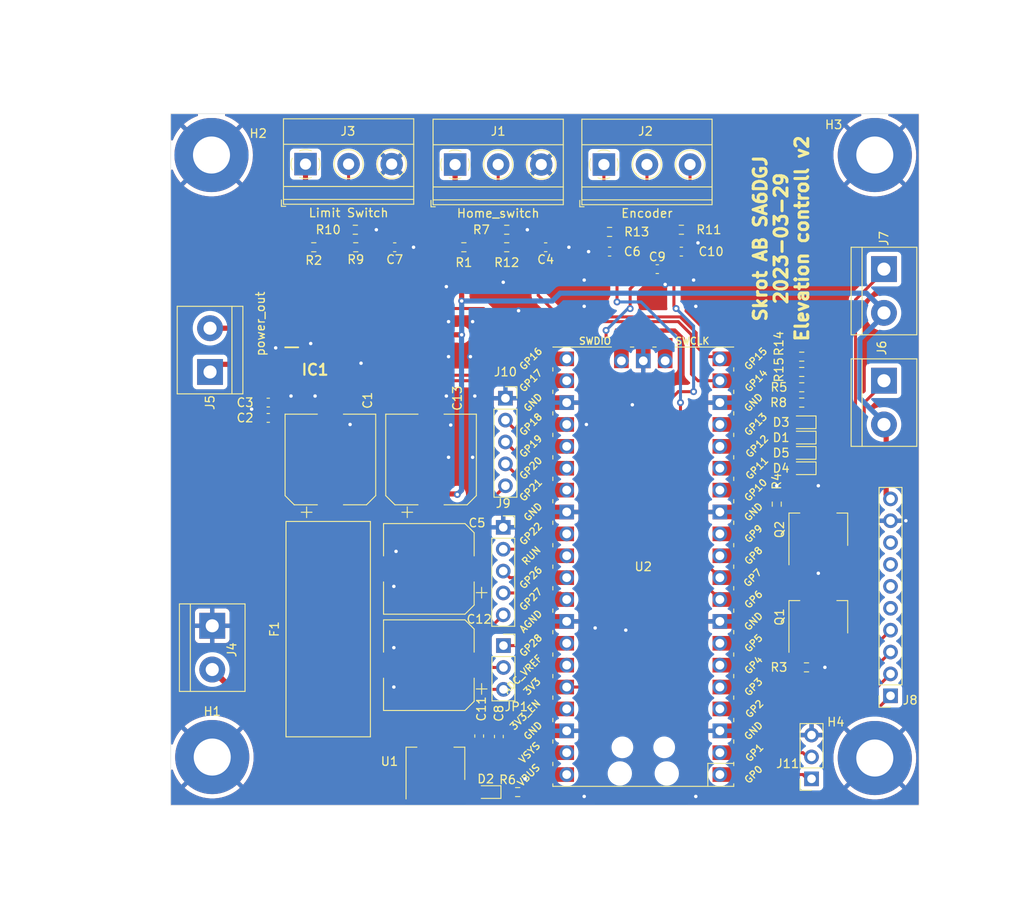
<source format=kicad_pcb>
(kicad_pcb (version 20221018) (generator pcbnew)
  (layers (0 "F.Cu" signal) (31 "B.Cu" signal) (34 "B.Paste" user) (35 "F.Paste" user) (36 "B.SilkS" user "B.Silkscreen") (37 "F.SilkS" user "F.Silkscreen") (38 "B.Mask" user) (39 "F.Mask" user) (44 "Edge.Cuts" user))
  (net 0 "")
  (net 1 "GND")
  (net 2 "+3V3")
  (net 3 "Net-(D1-K)")
  (net 4 "+12V")
  (net 5 "Enc_2")
  (net 6 "Enc_1")
  (net 7 "+5V")
  (net 8 "Net-(D1-A)")
  (net 9 "Net-(D2-K)")
  (net 10 "Net-(D3-K)")
  (net 11 "Net-(D3-A)")
  (net 12 "Net-(D4-K)")
  (net 13 "Net-(D4-A)")
  (net 14 "Net-(D5-K)")
  (net 15 "Home")
  (net 16 "Net-(D5-A)")
  (net 17 "Net-(J4-Pin_2)")
  (net 18 "P_out1")
  (net 19 "P_out2")
  (net 20 "Net-(J1-Pin_2)")
  (net 21 "Net-(J2-Pin_1)")
  (net 22 "Net-(J2-Pin_3)")
  (net 23 "Net-(J3-Pin_2)")
  (net 24 "Net-(J6-Pin_1)")
  (net 25 "Hb1")
  (net 26 "Hb2")
  (net 27 "Net-(J7-Pin_1)")
  (net 28 "Net-(J8-Pin_1)")
  (net 29 "Net-(J8-Pin_2)")
  (net 30 "Net-(J8-Pin_3)")
  (net 31 "Net-(J8-Pin_4)")
  (net 36 "Net-(J9-Pin_2)")
  (net 37 "Net-(J9-Pin_3)")
  (net 38 "Net-(J9-Pin_4)")
  (net 39 "Net-(J9-Pin_5)")
  (net 40 "Net-(J10-Pin_2)")
  (net 41 "Net-(J10-Pin_3)")
  (net 42 "Net-(J10-Pin_4)")
  (net 43 "Net-(J11-Pin_1)")
  (net 44 "Net-(J11-Pin_2)")
  (net 45 "Load1_enable")
  (net 46 "Load2_enable")
  (net 51 "Limit")
  (footprint "MountingHole:MountingHole_4.3mm_M4_Pad" (layer "F.Cu") (at 53 50)
    (fp_text reference "H2")
    (fp_text value "MountingHole_Pad_M4")
  )
  (footprint "MountingHole:MountingHole_4.3mm_M4_Pad" (layer "F.Cu") (at 130 50)
    (fp_text reference "H3")
    (fp_text value "MountingHole_Pad_M4")
  )
  (footprint "MountingHole:MountingHole_4.3mm_M4_Pad" (layer "F.Cu") (at 130 120)
    (fp_text reference "H4")
    (fp_text value "MountingHole_Pad_M4")
  )
  (footprint "MountingHole:MountingHole_4.3mm_M4_Pad" (layer "F.Cu") (at 53.086 119.888)
    (fp_text reference "H1")
    (fp_text value "MountingHole_Pad_M4")
  )
  (footprint "TerminalBlock:TerminalBlock_bornier-2_P5.08mm" (layer "F.Cu") (at 131.064 63.246 -90)
    (fp_text reference "J7")
    (fp_text value "Screw_Terminal_01x02")
  )
  (footprint "Resistor_SMD:R_0603_1608Metric_Pad0.98x0.95mm_HandSolder" (layer "F.Cu") (at 87.2725 60.706 180)
    (fp_text reference "R12")
    (fp_text value "10k")
  )
  (footprint "Package_TO_SOT_SMD:SOT-223-3_TabPin2" (layer "F.Cu") (at 123.444 103.632 90)
    (fp_text reference "Q1")
    (fp_text value "BUK9880")
  )
  (footprint "Resistor_SMD:R_0603_1608Metric_Pad0.98x0.95mm_HandSolder" (layer "F.Cu") (at 64.8735 60.706)
    (fp_text reference "R2")
    (fp_text value "26k")
  )
  (footprint "Capacitor_SMD:C_0603_1608Metric_Pad1.08x0.95mm_HandSolder" (layer "F.Cu") (at 59.5895 80.518 180)
    (fp_text reference "C2")
    (fp_text value "1µF")
  )
  (footprint "Capacitor_SMD:CP_Elec_10x10" (layer "F.Cu") (at 78.232 98.044 180)
    (fp_text reference "C5")
    (fp_text value "4.7µF")
  )
  (footprint "TerminalBlock:TerminalBlock_bornier-2_P5.08mm" (layer "F.Cu") (at 53.086 104.648 -90)
    (fp_text reference "J4")
    (fp_text value "Power in")
  )
  (footprint "LED_SMD:LED_0603_1608Metric" (layer "F.Cu") (at 121.6915 86.36 180)
    (fp_text reference "D4")
    (fp_text value "LED")
  )
  (footprint "Resistor_SMD:R_0603_1608Metric_Pad0.98x0.95mm_HandSolder" (layer "F.Cu") (at 87.2725 58.674)
    (fp_text reference "R7")
    (fp_text value "10k")
  )
  (footprint "TerminalBlock_Phoenix:TerminalBlock_Phoenix_MKDS-1,5-3_1x03_P5.00mm_Horizontal" (layer "F.Cu") (at 81.28 51.105)
    (fp_text reference "J1")
    (fp_text value "Home_switch")
  )
  (footprint "LED_SMD:LED_0603_1608Metric" (layer "F.Cu") (at 121.6915 82.804 180)
    (fp_text reference "D1")
    (fp_text value "LED")
  )
  (footprint "LED_SMD:LED_0603_1608Metric" (layer "F.Cu") (at 121.6915 84.582 180)
    (fp_text reference "D5")
    (fp_text value "LED")
  )
  (footprint "LED_SMD:LED_0603_1608Metric" (layer "F.Cu") (at 121.6915 81.026 180)
    (fp_text reference "D3")
    (fp_text value "LED")
  )
  (footprint "Motor_drv:SOIC127P600X100-9N" (layer "F.Cu") (at 65.024 74.93)
    (fp_text reference "IC1")
    (fp_text value "BD62130AEFJ-E2" hide)
  )
  (footprint "Resistor_SMD:R_0603_1608Metric_Pad0.98x0.95mm_HandSolder" (layer "F.Cu") (at 121.5155 76.962 180)
    (fp_text reference "R5")
    (fp_text value "550")
  )
  (footprint "Connector_PinSocket_2.54mm:PinSocket_1x05_P2.54mm_Vertical" (layer "F.Cu") (at 86.868 93.218)
    (fp_text reference "J9")
    (fp_text value "Conn_01x05_Male")
  )
  (footprint "Capacitor_SMD:C_0603_1608Metric_Pad1.08x0.95mm_HandSolder" (layer "F.Cu") (at 91.7945 60.706 180)
    (fp_text reference "C4")
    (fp_text value "100nF")
  )
  (footprint "TerminalBlock:TerminalBlock_bornier-2_P5.08mm" (layer "F.Cu") (at 131.064 76.2 -90)
    (fp_text reference "J6")
    (fp_text value "Screw_Terminal_01x02")
  )
  (footprint "Capacitor_SMD:C_0603_1608Metric_Pad1.08x0.95mm_HandSolder" (layer "F.Cu") (at 99.2135 61.214 180)
    (fp_text reference "C6")
    (fp_text value "100nF")
  )
  (footprint "TerminalBlock:TerminalBlock_bornier-2_P5.08mm" (layer "F.Cu") (at 52.832 75.184 90)
    (fp_text reference "J5")
    (fp_text value "power_out")
  )
  (footprint "Fuse:Fuseholder_Cylinder-5x20mm_Wuerth_696103101002-SMD_Horizontal_Open" (layer "F.Cu") (at 66.548 105.038 90)
    (fp_text reference "F1")
    (fp_text value "Fuse 3A")
  )
  (footprint "Capacitor_SMD:C_0603_1608Metric_Pad1.08x0.95mm_HandSolder" (layer "F.Cu") (at 104.7485 63.246)
    (fp_text reference "C9")
    (fp_text value "1uF")
  )
  (footprint "Capacitor_SMD:C_0603_1608Metric_Pad1.08x0.95mm_HandSolder" (layer "F.Cu") (at 107.5425 61.214)
    (fp_text reference "C10")
    (fp_text value "100nF")
  )
  (footprint "Resistor_SMD:R_0603_1608Metric_Pad0.98x0.95mm_HandSolder" (layer "F.Cu") (at 107.5455 58.674 180)
    (fp_text reference "R11")
    (fp_text value "10k")
  )
  (footprint "Connector_PinSocket_2.54mm:PinSocket_1x10_P2.54mm_Vertical" (layer "F.Cu") (at 131.826 112.776 180)
    (fp_text reference "J8")
    (fp_text value "RF_switch ")
  )
  (footprint "Resistor_SMD:R_0603_1608Metric_Pad0.98x0.95mm_HandSolder" (layer "F.Cu") (at 82.296 60.706)
    (fp_text reference "R1")
    (fp_text value "26k")
  )
  (footprint "TerminalBlock_Phoenix:TerminalBlock_Phoenix_MKDS-1,5-3_1x03_P5.00mm_Horizontal" (layer "F.Cu") (at 98.552 51.105)
    (fp_text reference "J2")
    (fp_text value "Encoder")
  )
  (footprint "Resistor_SMD:R_0603_1608Metric_Pad0.98x0.95mm_HandSolder" (layer "F.Cu") (at 122.0705 109.474)
    (fp_text reference "R3")
    (fp_text value "40k")
  )
  (footprint "Capacitor_SMD:CP_Elec_10x10" (layer "F.Cu") (at 78.232 109.22 180)
    (fp_text reference "C12")
    (fp_text value "4.7µF")
  )
  (footprint "TerminalBlock_Phoenix:TerminalBlock_Phoenix_MKDS-1,5-3_1x03_P5.00mm_Horizontal" (layer "F.Cu") (at 63.914 51.054)
    (fp_text reference "J3")
    (fp_text value "Limit Switch")
  )
  (footprint "Resistor_SMD:R_0603_1608Metric_Pad0.98x0.95mm_HandSolder" (layer "F.Cu") (at 121.5155 75.184 180)
    (fp_text reference "R15")
    (fp_text value "550")
  )
  (footprint "Connector_PinSocket_2.54mm:PinSocket_1x03_P2.54mm_Vertical" (layer "F.Cu") (at 122.657 122.413 180)
    (fp_text reference "J11")
    (fp_text value "UART/I2C")
  )
  (footprint "Capacitor_SMD:C_0603_1608Metric_Pad1.08x0.95mm_HandSolder" (layer "F.Cu") (at 74.2685 60.706 180)
    (fp_text reference "C7")
    (fp_text value "100nF")
  )
  (footprint "Capacitor_SMD:C_0603_1608Metric_Pad1.08x0.95mm_HandSolder" (layer "F.Cu") (at 59.5895 78.74 180)
    (fp_text reference "C3")
    (fp_text value "100nF")
  )
  (footprint "Resistor_SMD:R_0603_1608Metric_Pad0.98x0.95mm_HandSolder" (layer "F.Cu") (at 118.618 90.5275 90)
    (fp_text reference "R4")
    (fp_text value "40k")
  )
  (footprint "Package_TO_SOT_SMD:SOT-223-3_TabPin2" (layer "F.Cu") (at 78.994 120.65 90)
    (fp_text reference "U1")
    (fp_text value "L7805")
  )
  (footprint "Resistor_SMD:R_0603_1608Metric_Pad0.98x0.95mm_HandSolder" (layer "F.Cu") (at 69.7465 60.706 180)
    (fp_text reference "R9")
    (fp_text value "10k")
  )
  (footprint "Capacitor_SMD:C_0603_1608Metric_Pad1.08x0.95mm_HandSolder" (layer "F.Cu") (at 86.36 117.5015 90)
    (fp_text reference "C8")
    (fp_text value "C_Small")
  )
  (footprint "LED_SMD:LED_0603_1608Metric" (layer "F.Cu") (at 85.1155 123.952 180)
    (fp_text reference "D2")
    (fp_text value "LED")
  )
  (footprint "Connector_PinSocket_2.54mm:PinSocket_1x03_P2.54mm_Vertical" (layer "F.Cu") (at 86.893 106.949)
    (fp_text reference "JP1")
    (fp_text value "Jumper_3")
  )
  (footprint "Capacitor_SMD:CP_Elec_10x10" (layer "F.Cu") (at 78.486 85.344 90)
    (fp_text reference "C13")
    (fp_text value "4.7µF")
  )
  (footprint "Capacitor_SMD:C_0603_1608Metric_Pad1.08x0.95mm_HandSolder" (layer "F.Cu") (at 84.074 117.4485 90)
    (fp_text reference "C11")
    (fp_text value "C_Small")
  )
  (footprint "Resistor_SMD:R_0603_1608Metric_Pad0.98x0.95mm_HandSolder" (layer "F.Cu") (at 69.6995 58.674)
    (fp_text reference "R10")
    (fp_text value "10k")
  )
  (footprint "Connector_PinSocket_2.54mm:PinSocket_1x05_P2.54mm_Vertical" (layer "F.Cu") (at 87.122 78.232)
    (fp_text reference "J10")
    (fp_text value "Conn_01x05_Male")
  )
  (footprint "Capacitor_SMD:CP_Elec_10x10" (layer "F.Cu") (at 66.802 85.344 90)
    (fp_text reference "C1")
    (fp_text value "4.7µF")
  )
  (footprint "Resistor_SMD:R_0603_1608Metric_Pad0.98x0.95mm_HandSolder" (layer "F.Cu") (at 121.5155 73.406 180)
    (fp_text reference "R14")
    (fp_text value "550")
  )
  (footprint "Resistor_SMD:R_0603_1608Metric_Pad0.98x0.95mm_HandSolder" (layer "F.Cu") (at 99.2105 58.928)
    (fp_text reference "R13")
    (fp_text value "10k")
  )
  (footprint "Resistor_SMD:R_0603_1608Metric_Pad0.98x0.95mm_HandSolder" (layer "F.Cu") (at 88.5425 123.952)
    (fp_text reference "R6")
    (fp_text value "550")
  )
  (footprint "Resistor_SMD:R_0603_1608Metric_Pad0.98x0.95mm_HandSolder" (layer "F.Cu") (at 121.5155 78.74 180)
    (fp_text reference "R8")
    (fp_text value "550")
  )
  (footprint "MCU_RaspberryPi_and_Boards:RPi_Pico_SMD_TH" (layer "F.Cu") (at 103.124 97.79 180)
    (fp_text reference "U2")
    (fp_text value "Pico")
  )
  (footprint "Package_TO_SOT_SMD:SOT-223-3_TabPin2" (layer "F.Cu") (at 123.444 93.472 90)
    (fp_text reference "Q2")
    (fp_text value "BUK9880")
  )
  (gr_line (start 135.128 45.212) (end 48.26 45.212) (stroke (width 0.05)) (layer "Edge.Cuts"))
  (gr_line (start 48.26 45.212) (end 48.26 125.476) (stroke (width 0.05)) (layer "Edge.Cuts"))
  (gr_line (start 135.128 125.476) (end 135.128 45.212) (stroke (width 0.05)) (layer "Edge.Cuts"))
  (gr_line (start 48.26 125.476) (end 135.128 125.476) (stroke (width 0.05)) (layer "Edge.Cuts"))
  (gr_text "+12v - GND" (at 59.182 114.046 90) (layer "F.Cu") (effects (font (size 1.5 1.5) (thickness 0.3) bold) (justify left bottom)))
  (gr_text "Skrot AB SA6DGJ\n2023-03-29\nElevation controll v2" (at 119.126 59.69 90) (layer "F.SilkS") (effects (font (size 1.5 1.5) (thickness 0.35))))
  (segment (start 65.024 74.93) (end 65.024 72.39) (width 0.35) (layer "F.Cu") (net 1))
  (segment (start 58.727 78.74) (end 58.42 78.74) (width 0.35) (layer "F.Cu") (net 1))
  (segment (start 98.351 61.214) (end 96.774 61.214) (width 0.35) (layer "F.Cu") (net 1))
  (segment (start 131.826 92.456) (end 133.604 92.456) (width 0.35) (layer "F.Cu") (net 1))
  (segment (start 74.232 96.202) (end 74.422 96.012) (width 0.35) (layer "F.Cu") (net 1))
  (segment (start 123.444 108.712) (end 124.206 109.474) (width 0.35) (layer "F.Cu") (net 1))
  (segment (start 108.458 61.214) (end 109.474 60.198) (width 0.35) (layer "F.Cu") (net 1))
  (segment (start 80.772 81.344) (end 78.486 81.344) (width 0.35) (layer "F.Cu") (net 1))
  (segment (start 62.23 77.978) (end 62.23 76.917) (width 0.35) (layer "F.Cu") (net 1))
  (segment (start 78.994 117.5) (end 78.994 123.8) (width 0.7) (layer "F.Cu") (net 1))
  (segment (start 123.444 106.782) (end 123.444 108.712) (width 0.35) (layer "F.Cu") (net 1))
  (segment (start 74.232 100.012) (end 74.168 100.076) (width 0.35) (layer "F.Cu") (net 1))
  (segment (start 118.618 89.615) (end 118.618 88.392) (width 0.35) (layer "F.Cu") (net 1))
  (segment (start 123.444 98.552) (end 123.444 90.322) (width 0.35) (layer "F.Cu") (net 1))
  (segment (start 62.312 73.025) (end 61.087 73.025) (width 0.35) (layer "F.Cu") (net 1))
  (segment (start 123.444 90.322) (end 123.444 88.392) (width 0.35) (layer "F.Cu") (net 1))
  (segment (start 75.131 60.706) (end 76.454 60.706) (width 0.35) (layer "F.Cu") (net 1))
  (segment (start 67.736 74.295) (end 70.231 74.295) (width 0.35) (layer "F.Cu") (net 1))
  (segment (start 70.612 58.674) (end 72.136 58.674) (width 0.35) (layer "F.Cu") (net 1))
  (segment (start 92.657 60.706) (end 94.488 60.706) (width 0.35) (layer "F.Cu") (net 1))
  (segment (start 66.802 81.344) (end 69.024 81.344) (width 0.35) (layer "F.Cu") (net 1))
  (segment (start 74.232 98.044) (end 74.232 100.012) (width 0.35) (layer "F.Cu") (net 1))
  (segment (start 65.024 72.39) (end 64.516 71.882) (width 0.35) (layer "F.Cu") (net 1))
  (segment (start 69.024 81.344) (end 69.088 81.28) (width 0.35) (layer "F.Cu") (net 1))
  (segment (start 105.611 64.971) (end 105.664 65.024) (width 0.35) (layer "F.Cu") (net 1))
  (segment (start 58.674 80.518) (end 57.658 79.502) (width 0.35) (layer "F.Cu") (net 1))
  (segment (start 58.727 80.518) (end 58.674 80.518) (width 0.35) (layer "F.Cu") (net 1))
  (segment (start 58.42 78.74) (end 57.658 79.502) (width 0.35) (layer "F.Cu") (net 1))
  (segment (start 74.232 109.22) (end 74.232 111.696) (width 0.35) (layer "F.Cu") (net 1))
  (segment (start 88.185 58.674) (end 89.662 58.674) (width 0.35) (layer "F.Cu") (net 1))
  (segment (start 65.024 74.93) (end 65.024 77.978) (width 0.35) (layer "F.Cu") (net 1))
  (segment (start 74.232 98.044) (end 74.232 96.202) (width 0.35) (layer "F.Cu") (net 1))
  (segment (start 70.231 74.295) (end 70.358 74.168) (width 0.35) (layer "F.Cu") (net 1))
  (segment (start 108.405 61.214) (end 108.458 61.214) (width 0.35) (layer "F.Cu") (net 1))
  (segment (start 62.23 76.917) (end 62.312 76.835) (width 0.35) (layer "F.Cu") (net 1))
  (segment (start 122.983 109.474) (end 124.206 109.474) (width 0.35) (layer "F.Cu") (net 1))
  (segment (start 61.087 73.025) (end 60.452 72.39) (width 0.35) (layer "F.Cu") (net 1))
  (segment (start 74.232 111.696) (end 74.168 111.76) (width 0.35) (layer "F.Cu") (net 1))
  (segment (start 74.232 109.22) (end 74.232 107.252) (width 0.35) (layer "F.Cu") (net 1))
  (segment (start 89.455 122.475) (end 89.408 122.428) (width 0.35) (layer "F.Cu") (net 1))
  (segment (start 123.444 106.782) (end 123.444 98.552) (width 0.35) (layer "F.Cu") (net 1))
  (segment (start 89.455 123.952) (end 89.455 122.475) (width 0.35) (layer "F.Cu") (net 1))
  (segment (start 74.232 107.252) (end 74.168 107.188) (width 0.35) (layer "F.Cu") (net 1))
  (segment (start 105.611 63.246) (end 105.611 64.971) (width 0.35) (layer "F.Cu") (net 1))
  (via (at 74.168 100.076) (size 0.8) (drill 0.4) (layers "F.Cu" "B.Cu") (net 1))
  (via (at 57.658 79.502) (size 0.8) (drill 0.4) (layers "F.Cu" "B.Cu") (net 1))
  (via (at 80.518 73.406) (size 0.8) (drill 0.4) (layers "F.Cu" "B.Cu") (net 1))
  (via (at 108.966 64.516) (size 0.8) (drill 0.4) (layers "F.Cu" "B.Cu") (net 1))
  (via (at 80.772 81.344) (size 0.8) (drill 0.4) (layers "F.Cu" "B.Cu") (net 1))
  (via (at 65.024 77.978) (size 0.8) (drill 0.4) (layers "F.Cu" "B.Cu") (net 1))
  (via (at 62.23 77.978) (size 0.8) (drill 0.4) (layers "F.Cu" "B.Cu") (net 1))
  (via (at 86.868 64.77) (size 0.8) (drill 0.4) (layers "F.Cu" "B.Cu") (net 1))
  (via (at 89.662 58.674) (size 0.8) (drill 0.4) (layers "F.Cu" "B.Cu") (net 1))
  (via (at 109.22 124.46) (size 0.8) (drill 0.4) (layers "F.Cu" "B.Cu") (net 1))
  (via (at 83.312 69.342) (size 0.8) (drill 0.4) (layers "F.Cu" "B.Cu") (net 1))
  (via (at 74.168 111.76) (size 0.8) (drill 0.4) (layers "F.Cu" "B.Cu") (net 1))
  (via (at 64.516 71.882) (size 0.8) (drill 0.4) (layers "F.Cu" "B.Cu") (net 1))
  (via (at 83.312 85.09) (size 0.8) (drill 0.4) (layers "F.Cu" "B.Cu") (net 1))
  (via (at 88.646 68.072) (size 0.8) (drill 0.4) (layers "F.Cu" "B.Cu") (net 1))
  (via (at 70.358 74.168) (size 0.8) (drill 0.4) (layers "F.Cu" "B.Cu") (net 1))
  (via (at 109.22 67.564) (size 0.8) (drill 0.4) (layers "F.Cu" "B.Cu") (net 1))
  (via (at 109.474 60.198) (size 0.8) (drill 0.4) (layers "F.Cu" "B.Cu") (net 1))
  (via (at 83.566 77.978) (size 0.8) (drill 0.4) (layers "F.Cu" "B.Cu") (net 1))
  (via (at 76.454 60.706) (size 0.8) (drill 0.4) (layers "F.Cu" "B.Cu") (net 1))
  (via (at 80.264 77.978) (size 0.8) (drill 0.4) (layers "F.Cu" "B.Cu") (net 1))
  (via (at 96.774 61.214) (size 0.8) (drill 0.4) (layers "F.Cu" "B.Cu") (net 1))
  (via (at 101.854 78.994) (size 0.8) (drill 0.4) (layers "F.Cu" "B.Cu") (net 1))
  (via (at 94.488 60.706) (size 0.8) (drill 0.4) (layers "F.Cu" "B.Cu") (net 1))
  (via (at 123.444 98.552) (size 0.8) (drill 0.4) (layers "F.Cu" "B.Cu") (net 1))
  (via (at 80.518 69.342) (size 0.8) (drill 0.4) (layers "F.Cu" "B.Cu") (net 1))
  (via (at 97.536 104.902) (size 0.8) (drill 0.4) (layers "F.Cu" "B.Cu") (net 1))
  (via (at 123.444 88.392) (size 0.8) (drill 0.4) (layers "F.Cu" "B.Cu") (net 1))
  (via (at 105.664 65.024) (size 0.8) (drill 0.4) (layers "F.Cu" "B.Cu") (net 1))
  (via (at 74.168 107.188) (size 0.8) (drill 0.4) (layers "F.Cu" "B.Cu") (net 1))
  (via (at 72.136 58.674) (size 0.8) (drill 0.4) (layers "F.Cu" "B.Cu") (net 1))
  (via (at 60.452 72.39) (size 0.8) (drill 0.4) (layers "F.Cu" "B.Cu") (net 1))
  (via (at 101.092 105.156) (size 0.8) (drill 0.4) (layers "F.Cu" "B.Cu") (net 1))
  (via (at 96.52 81.28) (size 0.8) (drill 0.4) (layers "F.Cu" "B.Cu") (net 1))
  (via (at 83.058 73.406) (size 0.8) (drill 0.4) (layers "F.Cu" "B.Cu") (net 1))
  (via (at 96.266 124.46) (size 0.8) (drill 0.4) (layers "F.Cu" "B.Cu") (net 1))
  (via (at 89.408 122.428) (size 0.8) (drill 0.4) (layers "F.Cu" "B.Cu") (net 1))
  (via (at 80.264 65.278) (size 0.8) (drill 0.4) (layers "F.Cu" "B.Cu") (net 1))
  (via (at 74.422 96.012) (size 0.8) (drill 0.4) (layers "F.Cu" "B.Cu") (net 1))
  (via (at 96.266 67.564) (size 0.8) (drill 0.4) (layers "F.Cu" "B.Cu") (net 1))
  (via (at 133.604 92.456) (size 0.8) (drill 0.4) (layers "F.Cu" "B.Cu") (net 1))
  (via (at 96.266 64.516) (size 0.8) (drill 0.4) (layers "F.Cu" "B.Cu") (net 1))
  (via (at 124.206 109.474) (size 0.8) (drill 0.4) (layers "F.Cu" "B.Cu") (net 1))
  (via (at 80.518 85.09) (size 0.8) (drill 0.4) (layers "F.Cu" "B.Cu") (net 1))
  (via (at 69.088 81.28) (size 0.8) (drill 0.4) (layers "F.Cu" "B.Cu") (net 1))
  (via (at 118.618 88.392) (size 0.8) (drill 0.4) (layers "F.Cu" "B.Cu") (net 1))
  (segment (start 103.886 63.246) (end 101.6 65.532) (width 0.35) (layer "F.Cu") (net 2))
  (segment (start 98.806 110.744) (end 97.79 111.76) (width 0.35) (layer "F.Cu") (net 2))
  (segment (start 101.6 65.532) (end 101.6 67.8305) (width 0.35) (layer "F.Cu") (net 2))
  (segment (start 94.234 111.76) (end 90.424 111.76) (width 0.35) (layer "F.Cu") (net 2))
  (segment (start 89.662 108.204) (end 88.407 106.949) (width 0.35) (layer "F.Cu") (net 2))
  (segment (start 97.79 111.76) (end 94.234 111.76) (width 0.35) (layer "F.Cu") (net 2))
  (segment (start 103.886 63.246) (end 103.552 62.912) (width 0.35) (layer "F.Cu") (net 2))
  (segment (start 98.806 70.358) (end 98.806 110.744) (width 0.35) (layer "F.Cu") (net 2))
  (segment (start 89.662 110.998) (end 89.662 108.204) (width 0.35) (layer "F.Cu") (net 2))
  (segment (start 90.424 111.76) (end 89.662 110.998) (width 0.35) (layer "F.Cu") (net 2))
  (segment (start 103.552 62.912) (end 103.552 51.105) (width 0.35) (layer "F.Cu") (net 2))
  (segment (start 88.407 106.949) (end 86.893 106.949) (width 0.35) (layer "F.Cu") (net 2))
  (via (at 98.806 70.358) (size 0.8) (drill 0.4) (layers "F.Cu" "B.Cu") (net 2))
  (via (at 101.6 67.8305) (size 0.8) (drill 0.4) (layers "F.Cu" "B.Cu") (net 2))
  (segment (start 101.6 67.8305) (end 101.3335 67.8305) (width 0.35) (layer "B.Cu") (net 2))
  (segment (start 101.3335 67.8305) (end 98.806 70.358) (width 0.35) (layer "B.Cu") (net 2))
  (segment (start 123.19 76.962) (end 122.428 76.962) (width 0.35) (layer "F.Cu") (net 3))
  (segment (start 122.479 82.804) (end 123.19 82.804) (width 0.35) (layer "F.Cu") (net 3))
  (segment (start 123.19 82.804) (end 123.444 82.55) (width 0.35) (layer "F.Cu") (net 3))
  (segment (start 123.444 82.55) (end 123.444 77.216) (width 0.35) (layer "F.Cu") (net 3))
  (segment (start 123.444 77.216) (end 123.19 76.962) (width 0.35) (layer "F.Cu") (net 3))
  (segment (start 82.232 98.044) (end 80.01 98.044) (width 0.6) (layer "F.Cu") (net 4))
  (segment (start 80.01 98.044) (end 71.12 106.934) (width 0.6) (layer "F.Cu") (net 4))
  (segment (start 131.318 89.408) (end 131.826 89.916) (width 0.6) (layer "F.Cu") (net 4))
  (segment (start 82.042 66.9435) (end 82.042 61.3645) (width 0.6) (layer "F.Cu") (net 4))
  (segment (start 66.548 96.538) (end 66.548 89.598) (width 0.6) (layer "F.Cu") (net 4))
  (segment (start 64.008 65.278) (end 69.596 70.866) (width 0.6) (layer "F.Cu") (net 4))
  (segment (start 69.596 70.866) (end 82.042 70.866) (width 0.6) (layer "F.Cu") (net 4))
  (segment (start 76.694 123.8) (end 76.048 123.8) (width 0.6) (layer "F.Cu") (net 4))
  (segment (start 71.12 106.934) (end 71.12 107.95) (width 0.6) (layer "F.Cu") (net 4))
  (segment (start 66.548 89.598) (end 66.802 89.344) (width 0.6) (layer "F.Cu") (net 4))
  (segment (start 60.452 76.2) (end 61.087 75.565) (width 0.6) (layer "F.Cu") (net 4))
  (segment (start 81.28 60.6025) (end 81.28 51.105) (width 0.6) (layer "F.Cu") (net 4))
  (segment (start 60.452 82.994) (end 60.452 80.518) (width 0.6) (layer "F.Cu") (net 4))
  (segment (start 66.802 89.344) (end 78.486 89.344) (width 0.6) (layer "F.Cu") (net 4))
  (segment (start 61.087 75.565) (end 62.312 75.565) (width 0.6) (layer "F.Cu") (net 4))
  (segment (start 63.914 60.659) (end 63.961 60.706) (width 0.6) (layer "F.Cu") (net 4))
  (segment (start 63.914 51.054) (end 63.914 60.659) (width 0.6) (layer "F.Cu") (net 4))
  (segment (start 64.008 60.753) (end 64.008 65.278) (width 0.6) (layer "F.Cu") (net 4))
  (segment (start 81.3835 60.706) (end 81.28 60.6025) (width 0.6) (layer "F.Cu") (net 4))
  (segment (start 66.548 103.378) (end 71.12 107.95) (width 0.6) (layer "F.Cu") (net 4))
  (segment (start 66.802 89.344) (end 60.452 82.994) (width 0.6) (layer "F.Cu") (net 4))
  (segment (start 81.47 89.344) (end 81.534 89.408) (width 0.6) (layer "F.Cu") (net 4))
  (segment (start 71.12 118.872) (end 71.12 107.95) (width 0.6) (layer "F.Cu") (net 4))
  (segment (start 131.318 81.28) (end 131.318 89.408) (width 0.6) (layer "F.Cu") (net 4))
  (segment (start 76.048 123.8) (end 71.12 118.872) (width 0.6) (layer "F.Cu") (net 4))
  (segment (start 63.961 60.706) (end 64.008 60.753) (width 0.6) (layer "F.Cu") (net 4))
  (segment (start 78.486 89.344) (end 81.47 89.344) (width 0.6) (layer "F.Cu") (net 4))
  (segment (start 60.452 78.74) (end 60.452 76.2) (width 0.6) (layer "F.Cu") (net 4))
  (segment (start 60.452 80.518) (end 60.452 78.74) (width 0.6) (layer "F.Cu") (net 4))
  (segment (start 66.548 96.538) (end 66.548 103.378) (width 0.6) (layer "F.Cu") (net 4))
  (segment (start 82.042 61.3645) (end 81.3835 60.706) (width 0.6) (layer "F.Cu") (net 4))
  (via (at 82.042 66.9435) (size 0.8) (drill 0.4) (layers "F.Cu" "B.Cu") (net 4))
  (via (at 81.534 89.408) (size 0.8) (drill 0.4) (layers "F.Cu" "B.Cu") (net 4))
  (via (at 82.042 70.866) (size 0.8) (drill 0.4) (layers "F.Cu" "B.Cu") (net 4))
  (segment (start 93.472 66.04) (end 129.032 66.04) (width 0.6) (layer "B.Cu") (net 4))
  (segment (start 131.318 68.326) (end 128.27 71.374) (width 0.6) (layer "B.Cu") (net 4))
  (segment (start 82.042 66.9435) (end 82.042 70.866) (width 0.6) (layer "B.Cu") (net 4))
  (segment (start 81.534 89.408) (end 82.026 88.916) (width 0.6) (layer "B.Cu") (net 4))
  (segment (start 129.032 66.04) (end 131.318 68.326) (width 0.6) (layer "B.Cu") (net 4))
  (segment (start 93.472 66.04) (end 92.5685 66.9435) (width 0.6) (layer "B.Cu") (net 4))
  (segment (start 128.27 78.232) (end 131.318 81.28) (width 0.6) (layer "B.Cu") (net 4))
  (segment (start 128.27 71.374) (end 128.27 78.232) (width 0.6) (layer "B.Cu") (net 4))
  (segment (start 92.5685 66.9435) (end 82.042 66.9435) (width 0.6) (layer "B.Cu") (net 4))
  (segment (start 82.026 70.882) (end 82.042 70.866) (width 0.6) (layer "B.Cu") (net 4))
  (segment (start 82.026 88.916) (end 82.026 70.882) (width 0.6) (layer "B.Cu") (net 4))
  (segment (start 106.68 61.214) (end 106.68 67.564) (width 0.35) (layer "F.Cu") (net 5))
  (segment (start 106.172 78.486) (end 106.172 95.758) (width 0.35) (layer "F.Cu") (net 5))
  (segment (start 106.68 58.721) (end 106.633 58.674) (width 0.35) (layer "F.Cu") (net 5))
  (segment (start 106.172 95.758) (end 112.014 101.6) (width 0.35) (layer "F.Cu") (net 5))
  (segment (start 107.188 77.47) (end 106.172 78.486) (width 0.35) (layer "F.Cu") (net 5))
  (segment (start 106.68 67.564) (end 106.934 67.818) (width 0.35) (layer "F.Cu") (net 5))
  (segment (start 106.68 61.214) (end 106.68 58.721) (width 0.35) (layer "F.Cu") (net 5))
  (segment (start 108.966 77.47) (end 107.188 77.47) (width 0.35) (layer "F.Cu") (net 5))
  (via (at 106.934 67.818) (size 0.8) (drill 0.4) (layers "F.Cu" "B.Cu") (net 5))
  (via (at 108.966 77.47) (size 0.8) (drill 0.4) (layers "F.Cu" "B.Cu") (net 5))
  (segment (start 108.966 69.85) (end 108.966 77.47) (width 0.35) (layer "B.Cu") (net 5))
  (segment (start 106.934 67.818) (end 108.966 69.85) (width 0.35) (layer "B.Cu") (net 5))
  (segment (start 107.442 94.488) (end 112.014 99.06) (width 0.35) (layer "F.Cu") (net 6))
  (segment (start 100.123 58.928) (end 100.123 61.167) (width 0.35) (layer "F.Cu") (net 6))
  (segment (start 107.442 78.74) (end 107.442 94.488) (width 0.35) (layer "F.Cu") (net 6))
  (segment (start 100.076 61.214) (end 100.076 67.056) (width 0.35) (layer "F.Cu") (net 6))
  (segment (start 100.123 61.167) (end 100.076 61.214) (width 0.35) (layer "F.Cu") (net 6))
  (via (at 100.076 67.056) (size 0.8) (drill 0.4) (layers "F.Cu" "B.Cu") (net 6))
  (via (at 107.442 78.74) (size 0.8) (drill 0.4) (layers "F.Cu" "B.Cu") (net 6))
  (segment (start 107.442 78.74) (end 107.442 71.628) (width 0.35) (layer "B.Cu") (net 6))
  (segment (start 102.87 67.056) (end 100.076 67.056) (width 0.35) (layer "B.Cu") (net 6))
  (segment (start 107.442 71.628) (end 102.87 67.056) (width 0.35) (layer "B.Cu") (net 6))
  (segment (start 85.09 101.854) (end 82.232 104.712) (width 0.35) (layer "F.Cu") (net 7))
  (segment (start 81.294 123.8) (end 84.176 123.8) (width 0.5) (layer "F.Cu") (net 7))
  (segment (start 87.376 119.38) (end 87.884 119.38) (width 0.5) (layer "F.Cu") (net 7))
  (segment (start 94.234 119.38) (end 87.884 119.38) (width 0.5) (layer "F.Cu") (net 7))
  (segment (start 84.074 118.311) (end 83.809 118.311) (width 0.5) (layer "F.Cu") (net 7))
  (segment (start 86.36 118.364) (end 87.376 119.38) (width 0.5) (layer "F.Cu") (net 7))
  (segment (start 87.122 88.392) (end 85.09 90.424) (width 0.35) (layer "F.Cu") (net 7))
  (segment (start 86.307 118.311) (end 86.36 118.364) (width 0.35) (layer "F.Cu") (net 7))
  (segment (start 84.176 123.8) (end 84.328 123.952) (width 0.5) (layer "F.Cu") (net 7))
  (segment (start 83.809 118.311) (end 82.232 119.888) (width 0.5) (layer "F.Cu") (net 7))
  (segment (start 82.232 104.712) (end 82.232 109.22) (width 0.35) (layer "F.Cu") (net 7))
  (segment (start 81.294 123.8) (end 81.294 120.826) (width 0.5) (layer "F.Cu") (net 7))
  (segment (start 81.294 120.826) (end 82.232 119.888) (width 0.5) (layer "F.Cu") (net 7))
  (segment (start 84.074 118.311) (end 86.307 118.311) (width 0.5) (layer "F.Cu") (net 7))
  (segment (start 86.893 112.029) (end 85.041 112.029) (width 0.35) (layer "F.Cu") (net 7))
  (segment (start 82.232 119.888) (end 82.232 109.22) (width 0.5) (layer "F.Cu") (net 7))
  (segment (start 85.09 90.424) (end 85.09 101.854) (width 0.35) (layer "F.Cu") (net 7))
  (segment (start 85.041 112.029) (end 82.232 109.22) (width 0.35) (layer "F.Cu") (net 7))
  (segment (start 118.11 82.804) (end 120.904 82.804) (width 0.35) (layer "F.Cu") (net 8))
  (segment (start 117.094 83.82) (end 118.11 82.804) (width 0.35) (layer "F.Cu") (net 8))
  (segment (start 112.014 83.82) (end 117.094 83.82) (width 0.35) (layer "F.Cu") (net 8))
  (segment (start 85.903 123.952) (end 87.63 123.952) (width 0.35) (layer "F.Cu") (net 9))
  (segment (start 122.479 81.026) (end 122.479 78.791) (width 0.35) (layer "F.Cu") (net 10))
  (segment (start 122.479 78.791) (end 122.428 78.74) (width 0.35) (layer "F.Cu") (net 10))
  (segment (start 118.11 81.026) (end 117.856 81.28) (width 0.35) (layer "F.Cu") (net 11))
  (segment (start 117.856 81.28) (end 112.014 81.28) (width 0.35) (layer "F.Cu") (net 11))
  (segment (start 120.904 81.026) (end 118.11 81.026) (width 0.35) (layer "F.Cu") (net 11))
  (segment (start 124.544 85.514) (end 124.544 74.252) (width 0.35) (layer "F.Cu") (net 12))
  (segment (start 122.479 86.36) (end 123.698 86.36) (width 0.35) (layer "F.Cu") (net 12))
  (segment (start 124.544 74.252) (end 123.698 73.406) (width 0.35) (layer "F.Cu") (net 12))
  (segment (start 123.698 86.36) (end 124.544 85.514) (width 0.35) (layer "F.Cu") (net 12))
  (segment (start 123.698 73.406) (end 122.428 73.406) (width 0.35) (layer "F.Cu") (net 12))
  (segment (start 118.618 86.36) (end 120.904 86.36) (width 0.35) (layer "F.Cu") (net 13))
  (segment (start 116.078 88.9) (end 118.618 86.36) (width 0.35) (layer "F.Cu") (net 13))
  (segment (start 112.014 88.9) (end 116.078 88.9) (width 0.35) (layer "F.Cu") (net 13))
  (segment (start 123.444 84.582) (end 122.479 84.582) (width 0.35) (layer "F.Cu") (net 14))
  (segment (start 123.994 75.734) (end 123.994 84.032) (width 0.35) (layer "F.Cu") (net 14))
  (segment (start 123.444 75.184) (end 123.994 75.734) (width 0.35) (layer "F.Cu") (net 14))
  (segment (start 122.428 75.184) (end 123.444 75.184) (width 0.35) (layer "F.Cu") (net 14))
  (segment (start 123.994 84.032) (end 123.444 84.582) (width 0.35) (layer "F.Cu") (net 14))
  (segment (start 88.185 60.706) (end 90.932 60.706) (width 0.35) (layer "F.Cu") (net 15))
  (segment (start 90.932 66.294) (end 90.932 60.706) (width 0.35) (layer "F.Cu") (net 15))
  (segment (start 109.262 72.178) (end 109.262 70.638182) (width 0.35) (layer "F.Cu") (net 15))
  (segment (start 112.014 73.66) (end 111.76 73.406) (width 0.35) (layer "F.Cu") (net 15))
  (segment (start 109.262 70.638182) (end 107.415818 68.792) (width 0.35) (layer "F.Cu") (net 15))
  (segment (start 93.43 68.792) (end 90.932 66.294) (width 0.35) (layer "F.Cu") (net 15))
  (segment (start 110.49 73.406) (end 109.262 72.178) (width 0.35) (layer "F.Cu") (net 15))
  (segment (start 111.76 73.406) (end 110.49 73.406) (width 0.35) (layer "F.Cu") (net 15))
  (segment (start 107.415818 68.792) (end 93.43 68.792) (width 0.35) (layer "F.Cu") (net 15))
  (segment (start 118.618 84.582) (end 116.84 86.36) (width 0.35) (layer "F.Cu") (net 16))
  (segment (start 120.904 84.582) (end 118.618 84.582) (width 0.35) (layer "F.Cu") (net 16))
  (segment (start 116.84 86.36) (end 112.014 86.36) (width 0.35) (layer "F.Cu") (net 16))
  (segment (start 56.896 113.538) (end 53.086 109.728) (width 0.7) (layer "F.Cu") (net 17))
  (segment (start 66.548 113.538) (end 56.896 113.538) (width 0.7) (layer "F.Cu") (net 17))
  (segment (start 53.721 74.295) (end 52.832 75.184) (width 0.6) (layer "F.Cu") (net 18))
  (segment (start 62.312 74.295) (end 53.721 74.295) (width 0.6) (layer "F.Cu") (net 18))
  (segment (start 67.736 73.025) (end 64.815 70.104) (width 0.6) (layer "F.Cu") (net 19))
  (segment (start 64.815 70.104) (end 52.832 70.104) (width 0.6) (layer "F.Cu") (net 19))
  (segment (start 86.36 60.706) (end 86.28 60.626) (width 0.35) (layer "F.Cu") (net 20))
  (segment (start 86.28 60.626) (end 86.28 51.105) (width 0.35) (layer "F.Cu") (net 20))
  (segment (start 83.2085 60.706) (end 86.36 60.706) (width 0.35) (layer "F.Cu") (net 20))
  (segment (start 98.552 58.674) (end 98.552 51.105) (width 0.35) (layer "F.Cu") (net 21))
  (segment (start 98.298 58.928) (end 98.552 58.674) (width 0.35) (layer "F.Cu") (net 21))
  (segment (start 108.458 58.674) (end 108.552 58.58) (width 0.35) (layer "F.Cu") (net 22))
  (segment (start 108.552 58.58) (end 108.552 51.105) (width 0.35) (layer "F.Cu") (net 22))
  (segment (start 68.834 60.706) (end 68.914 60.626) (width 0.35) (layer "F.Cu") (net 23))
  (segment (start 68.914 60.626) (end 68.914 51.054) (width 0.35) (layer "F.Cu") (net 23))
  (segment (start 65.786 60.706) (end 68.834 60.706) (width 0.35) (layer "F.Cu") (net 23))
  (segment (start 128.778 78.74) (end 128.778 103.748) (width 0.35) (layer "F.Cu") (net 24))
  (segment (start 131.318 76.2) (end 128.778 78.74) (width 0.35) (layer "F.Cu") (net 24))
  (segment (start 128.778 103.748) (end 125.744 106.782) (width 0.35) (layer "F.Cu") (net 24))
  (segment (start 67.736 76.835) (end 73.787 76.835) (width 0.35) (layer "F.Cu") (net 25))
  (segment (start 94.234 76.2) (end 74.422 76.2) (width 0.35) (layer "F.Cu") (net 25))
  (segment (start 73.787 76.835) (end 74.422 76.2) (width 0.35) (layer "F.Cu") (net 25))
  (segment (start 67.736 75.565) (end 87.757 75.565) (width 0.35) (layer "F.Cu") (net 26))
  (segment (start 87.757 75.565) (end 89.662 73.66) (width 0.35) (layer "F.Cu") (net 26))
  (segment (start 89.662 73.66) (end 94.234 73.66) (width 0.35) (layer "F.Cu") (net 26))
  (segment (start 131.318 63.246) (end 127.762 66.802) (width 0.35) (layer "F.Cu") (net 27))
  (segment (start 127.762 66.802) (end 127.762 94.996) (width 0.35) (layer "F.Cu") (net 27))
  (segment (start 127.762 94.996) (end 126.136 96.622) (width 0.35) (layer "F.Cu") (net 27))
  (segment (start 126.136 96.622) (end 125.744 96.622) (width 0.35) (layer "F.Cu") (net 27))
  (segment (start 131.826 112.776) (end 130.302 114.3) (width 0.35) (layer "F.Cu") (net 28))
  (segment (start 130.302 114.3) (end 112.014 114.3) (width 0.35) (layer "F.Cu") (net 28))
  (segment (start 112.014 111.76) (end 115.824 111.76) (width 0.35) (layer "F.Cu") (net 29))
  (segment (start 115.824 111.76) (end 117.348 113.284) (width 0.35) (layer "F.Cu") (net 29))
  (segment (start 117.348 113.284) (end 128.778 113.284) (width 0.35) (layer "F.Cu") (net 29))
  (segment (start 128.778 113.284) (end 131.826 110.236) (width 0.35) (layer "F.Cu") (net 29))
  (segment (start 128.524 112.268) (end 129.413 111.379) (width 0.35) (layer "F.Cu") (net 30))
  (segment (start 129.413 111.379) (end 129.413 110.109) (width 0.35) (layer "F.Cu") (net 30))
  (segment (start 114.808 109.22) (end 117.856 112.268) (width 0.35) (layer "F.Cu") (net 30))
  (segment (start 117.856 112.268) (end 128.524 112.268) (width 0.35) (layer "F.Cu") (net 30))
  (segment (start 112.014 109.22) (end 114.808 109.22) (width 0.35) (layer "F.Cu") (net 30))
  (segment (start 129.413 110.109) (end 131.826 107.696) (width 0.35) (layer "F.Cu") (net 30))
  (segment (start 128.016 111.506) (end 128.778 110.744) (width 0.35) (layer "F.Cu") (net 31))
  (segment (start 118.618 111.506) (end 128.016 111.506) (width 0.35) (layer "F.Cu") (net 31))
  (segment (start 112.014 106.68) (end 113.792 106.68) (width 0.35) (layer "F.Cu") (net 31))
  (segment (start 113.792 106.68) (end 118.618 111.506) (width 0.35) (layer "F.Cu") (net 31))
  (segment (start 128.778 110.744) (end 128.778 108.204) (width 0.35) (layer "F.Cu") (net 31))
  (segment (start 128.778 108.204) (end 131.826 105.156) (width 0.35) (layer "F.Cu") (net 31))
  (segment (start 91.186 93.98) (end 94.234 93.98) (width 0.35) (layer "F.Cu") (net 36))
  (segment (start 86.868 95.758) (end 89.408 95.758) (width 0.35) (layer "F.Cu") (net 36))
  (segment (start 89.408 95.758) (end 91.186 93.98) (width 0.35) (layer "F.Cu") (net 36))
  (segment (start 87.63 99.06) (end 86.868 98.298) (width 0.35) (layer "F.Cu") (net 37))
  (segment (start 94.234 99.06) (end 87.63 99.06) (width 0.35) (layer "F.Cu") (net 37))
  (segment (start 93.472 100.838) (end 94.234 101.6) (width 0.35) (layer "F.Cu") (net 38))
  (segment (start 86.868 100.838) (end 93.472 100.838) (width 0.35) (layer "F.Cu") (net 38))
  (segment (start 86.893 109.489) (end 85.613 109.489) (width 0.35) (layer "F.Cu") (net 39))
  (segment (start 85.344 104.902) (end 86.868 103.378) (width 0.35) (layer "F.Cu") (net 39))
  (segment (start 85.613 109.489) (end 85.344 109.22) (width 0.35) (layer "F.Cu") (net 39))
  (segment (start 85.344 109.22) (end 85.344 104.902) (width 0.35) (layer "F.Cu") (net 39))
  (segment (start 94.234 83.82) (end 90.17 83.82) (width 0.35) (layer "F.Cu") (net 40))
  (segment (start 90.17 83.82) (end 87.122 80.772) (width 0.35) (layer "F.Cu") (net 40))
  (segment (start 94.234 86.36) (end 90.17 86.36) (width 0.35) (layer "F.Cu") (net 41))
  (segment (start 90.17 86.36) (end 87.122 83.312) (width 0.35) (layer "F.Cu") (net 41))
  (segment (start 87.122 85.852) (end 90.17 88.9) (width 0.35) (layer "F.Cu") (net 42))
  (segment (start 90.17 88.9) (end 94.234 88.9) (width 0.35) (layer "F.Cu") (net 42))
  (segment (start 121.656 121.92) (end 122.657 122.921) (width 0.35) (layer "F.Cu") (net 43))
  (segment (start 112.014 121.92) (end 121.656 121.92) (width 0.35) (layer "F.Cu") (net 43))
  (segment (start 121.656 119.38) (end 122.657 120.381) (width 0.35) (layer "F.Cu") (net 44))
  (segment (start 112.014 119.38) (end 121.656 119.38) (width 0.35) (layer "F.Cu") (net 44))
  (segment (start 115.316 96.52) (end 117.856 99.06) (width 0.35) (layer "F.Cu") (net 45))
  (segment (start 112.014 96.52) (end 115.316 96.52) (width 0.35) (layer "F.Cu") (net 45))
  (segment (start 117.856 105.918) (end 118.72 106.782) (width 0.35) (layer "F.Cu") (net 45))
  (segment (start 112.014 96.52) (end 112.42 96.114) (width 0.35) (layer "F.Cu") (net 45))
  (segment (start 117.856 99.06) (end 117.856 105.918) (width 0.35) (layer "F.Cu") (net 45))
  (segment (start 121.144 109.46) (end 121.158 109.474) (width 0.35) (layer "F.Cu") (net 45))
  (segment (start 121.144 106.782) (end 121.144 109.46) (width 0.35) (layer "F.Cu") (net 45))
  (segment (start 118.72 106.782) (end 121.144 106.782) (width 0.35) (layer "F.Cu") (net 45))
  (segment (start 116.078 93.98) (end 112.014 93.98) (width 0.35) (layer "F.Cu") (net 46))
  (segment (start 118.618 91.44) (end 118.618 96.52) (width 0.35) (layer "F.Cu") (net 46))
  (segment (start 118.72 96.622) (end 118.618 96.52) (width 0.35) (layer "F.Cu") (net 46))
  (segment (start 118.618 96.52) (end 116.078 93.98) (width 0.35) (layer "F.Cu") (net 46))
  (segment (start 121.144 96.622) (end 118.72 96.622) (width 0.35) (layer "F.Cu") (net 46))
  (segment (start 80.518 67.818) (end 84.582 67.818) (width 0.35) (layer "F.Cu") (net 51))
  (segment (start 109.474 76.2) (end 112.014 76.2) (width 0.35) (layer "F.Cu") (net 51))
  (segment (start 108.712 70.866) (end 108.712 75.438) (width 0.35) (layer "F.Cu") (net 51))
  (segment (start 73.406 60.706) (end 80.518 67.818) (width 0.35) (layer "F.Cu") (net 51))
  (segment (start 107.188 69.342) (end 108.712 70.866) (width 0.35) (layer "F.Cu") (net 51))
  (segment (start 70.659 60.706) (end 73.406 60.706) (width 0.35) (layer "F.Cu") (net 51))
  (segment (start 86.106 69.342) (end 107.188 69.342) (width 0.35) (layer "F.Cu") (net 51))
  (segment (start 108.712 75.438) (end 109.474 76.2) (width 0.35) (layer "F.Cu") (net 51))
  (segment (start 84.582 67.818) (end 86.106 69.342) (width 0.35) (layer "F.Cu") (net 51))
  (zone (net 1) (net_name "GND") (layer "F.Cu") (connect_pads (clearance 0.608)) (min_thickness 0.254) (fill yes (thermal_gap 0.508) (thermal_bridge_width 0.508))
    (polygon (pts (xy 28.448 32.004) (xy 147.32 33.528) (xy 145.288 133.604) (xy 35.56 133.604)))
  )
  (zone (net 0) (net_name "") (layer "F.Cu") (connect_pads (clearance 0)) (min_thickness 0.25)
    (keepout (tracks allowed) (vias allowed) (pads allowed) (copperpour not_allowed) (footprints allowed))
    (fill (thermal_gap 0.5) (thermal_bridge_width 0.5))
    (polygon (pts (xy 97.536 123.19) (xy 97.536 106.426) (xy 108.458 106.426) (xy 108.204 125.476) (xy 97.536 125.476)))
  )
  (zone (net 1) (net_name "GND") (layer "B.Cu") (connect_pads (clearance 0.508)) (min_thickness 0.254) (fill yes (thermal_gap 0.508) (thermal_bridge_width 0.508))
    (polygon (pts (xy 34.544 137.16) (xy 140.208 130.556) (xy 138.684 32.512) (xy 33.02 35.052)))
  )
)
</source>
